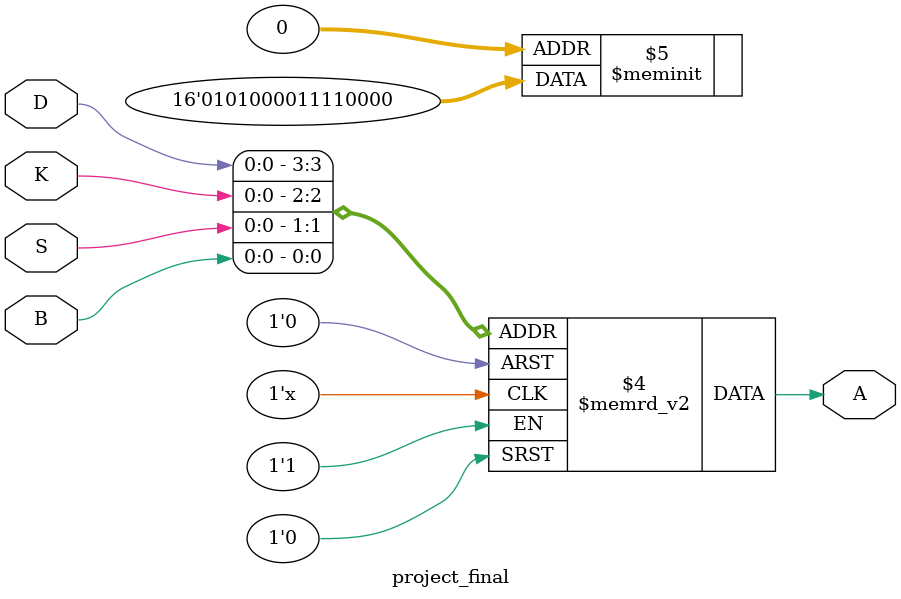
<source format=v>
`timescale 1ns / 1ps


module project_final(
    input D, K, S, B,
    output reg A
    );
    
    always@(D or K or S or B) begin
        case({D,K,S,B})
            4'b0000: A = 1'b0;
            4'b0001: A = 1'b0;
            4'b0010: A = 1'b0;
            4'b0011: A = 1'b0;
            4'b0100: A = 1'b1;
            4'b0101: A = 1'b1;
            4'b0110: A = 1'b1;
            4'b0111: A = 1'b1;
            4'b1000: A = 1'b0;
            4'b1001: A = 1'b0;
            4'b1010: A = 1'b0;
            4'b1011: A = 1'b0;
            4'b1100: A = 1'b1;
            4'b1101: A = 1'b0;
            4'b1110: A = 1'b1;
            4'b1111: A = 1'b0;
            default: A = 1'b0;
        endcase
     end
endmodule

</source>
